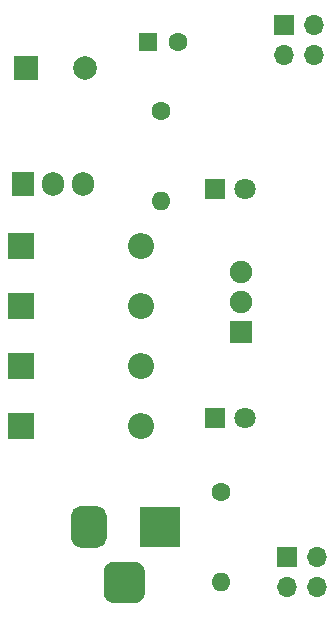
<source format=gbr>
%TF.GenerationSoftware,KiCad,Pcbnew,(5.1.9)-1*%
%TF.CreationDate,2021-10-20T23:10:06+02:00*%
%TF.ProjectId,BreadBoardPowerSupply,42726561-6442-46f6-9172-64506f776572,V1*%
%TF.SameCoordinates,Original*%
%TF.FileFunction,Soldermask,Bot*%
%TF.FilePolarity,Negative*%
%FSLAX46Y46*%
G04 Gerber Fmt 4.6, Leading zero omitted, Abs format (unit mm)*
G04 Created by KiCad (PCBNEW (5.1.9)-1) date 2021-10-20 23:10:06*
%MOMM*%
%LPD*%
G01*
G04 APERTURE LIST*
%ADD10R,2.000000X2.000000*%
%ADD11C,2.000000*%
%ADD12R,1.600000X1.600000*%
%ADD13C,1.600000*%
%ADD14R,2.200000X2.200000*%
%ADD15O,2.200000X2.200000*%
%ADD16R,1.800000X1.800000*%
%ADD17C,1.800000*%
%ADD18R,3.500000X3.500000*%
%ADD19R,1.700000X1.700000*%
%ADD20O,1.700000X1.700000*%
%ADD21O,1.600000X1.600000*%
%ADD22R,1.900000X1.900000*%
%ADD23C,1.900000*%
%ADD24R,1.905000X2.000000*%
%ADD25O,1.905000X2.000000*%
G04 APERTURE END LIST*
D10*
%TO.C,C1*%
X131381500Y-68135500D03*
D11*
X136381500Y-68135500D03*
%TD*%
D12*
%TO.C,C2*%
X141732000Y-65913000D03*
D13*
X144232000Y-65913000D03*
%TD*%
D14*
%TO.C,D1*%
X130937000Y-93345000D03*
D15*
X141097000Y-93345000D03*
%TD*%
D14*
%TO.C,D2*%
X130937000Y-83185000D03*
D15*
X141097000Y-83185000D03*
%TD*%
%TO.C,D3*%
X141097000Y-98425000D03*
D14*
X130937000Y-98425000D03*
%TD*%
D15*
%TO.C,D4*%
X141097000Y-88265000D03*
D14*
X130937000Y-88265000D03*
%TD*%
D16*
%TO.C,D5*%
X147356000Y-97790000D03*
D17*
X149896000Y-97790000D03*
%TD*%
%TO.C,D6*%
X149896000Y-78359000D03*
D16*
X147356000Y-78359000D03*
%TD*%
D18*
%TO.C,J1*%
X142684500Y-106997500D03*
G36*
G01*
X135184500Y-107997500D02*
X135184500Y-105997500D01*
G75*
G02*
X135934500Y-105247500I750000J0D01*
G01*
X137434500Y-105247500D01*
G75*
G02*
X138184500Y-105997500I0J-750000D01*
G01*
X138184500Y-107997500D01*
G75*
G02*
X137434500Y-108747500I-750000J0D01*
G01*
X135934500Y-108747500D01*
G75*
G02*
X135184500Y-107997500I0J750000D01*
G01*
G37*
G36*
G01*
X137934500Y-112572500D02*
X137934500Y-110822500D01*
G75*
G02*
X138809500Y-109947500I875000J0D01*
G01*
X140559500Y-109947500D01*
G75*
G02*
X141434500Y-110822500I0J-875000D01*
G01*
X141434500Y-112572500D01*
G75*
G02*
X140559500Y-113447500I-875000J0D01*
G01*
X138809500Y-113447500D01*
G75*
G02*
X137934500Y-112572500I0J875000D01*
G01*
G37*
%TD*%
D19*
%TO.C,J2*%
X153190000Y-64516000D03*
D20*
X155730000Y-64516000D03*
X153190000Y-67056000D03*
X155730000Y-67056000D03*
%TD*%
%TO.C,J3*%
X155964000Y-112068000D03*
X153424000Y-112068000D03*
X155964000Y-109528000D03*
D19*
X153424000Y-109528000D03*
%TD*%
D21*
%TO.C,R1*%
X147891500Y-111633000D03*
D13*
X147891500Y-104013000D03*
%TD*%
%TO.C,R2*%
X142811500Y-71818500D03*
D21*
X142811500Y-79438500D03*
%TD*%
D22*
%TO.C,SW1*%
X149606000Y-90454500D03*
D23*
X149606000Y-87954500D03*
X149606000Y-85454500D03*
%TD*%
D24*
%TO.C,U1*%
X131127500Y-77978000D03*
D25*
X133667500Y-77978000D03*
X136207500Y-77978000D03*
%TD*%
M02*

</source>
